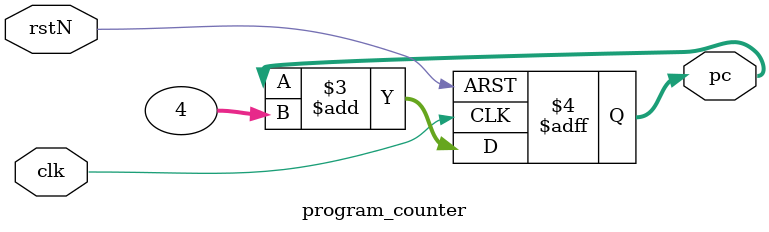
<source format=sv>
module program_counter (
    input logic rstN,
    input logic clk,
    output logic [31:0] pc
);

  always_ff @(posedge clk, negedge rstN) begin
    if (!rstN) pc <= '0;
    else       pc <= pc + 4;
  end

endmodule

</source>
